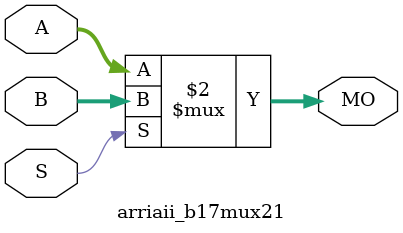
<source format=v>
module arriaii_b17mux21 (MO, A, B, S);
   input [16:0] A, B;
   input 	S;
   output [16:0] MO; 
   assign MO = (S == 1) ? B : A; 
endmodule
</source>
